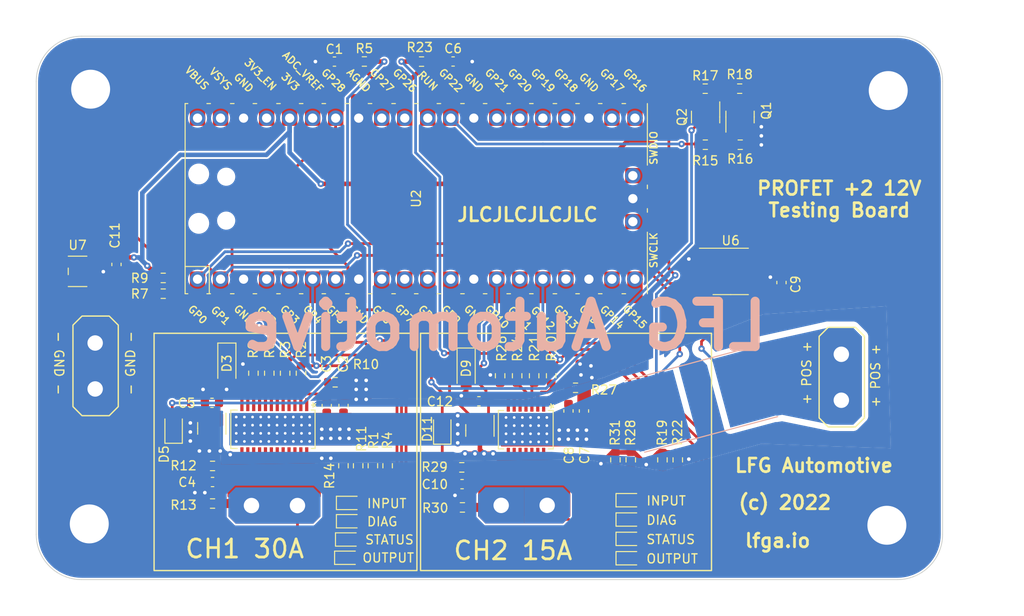
<source format=kicad_pcb>
(kicad_pcb (version 20211014) (generator pcbnew)
  (layers (0 "F.Cu" signal) (31 "B.Cu" signal) (34 "B.Paste" user) (35 "F.Paste" user) (36 "B.SilkS" user "B.Silkscreen") (37 "F.SilkS" user "F.Silkscreen") (38 "B.Mask" user) (39 "F.Mask" user) (44 "Edge.Cuts" user))
  (net 0 "")
  (net 1 "/IS_CH1")
  (net 2 "GND")
  (net 3 "VBATT")
  (net 4 "/GND_CH1")
  (net 5 "/OUT_CH1")
  (net 6 "/TEMP_SIG_CH1")
  (net 7 "/IS_CH2")
  (net 8 "/GND_CH2")
  (net 9 "+3V3")
  (net 10 "/OUT_CH2")
  (net 11 "/TEMP_SIG_CH2")
  (net 12 "Net-(D1-Pad1)")
  (net 13 "/DEN_CH1")
  (net 14 "Net-(D2-Pad1)")
  (net 15 "/IN_CH1")
  (net 16 "/IS_T_CH1")
  (net 17 "/LED_ST_GND_CH1")
  (net 18 "/LED_ST_CH1")
  (net 19 "/OL_DET_CH1")
  (net 20 "/OL_DET")
  (net 21 "/PWR_LED_K_CH1")
  (net 22 "Net-(D7-Pad1)")
  (net 23 "/DEN_CH2")
  (net 24 "Net-(D8-Pad1)")
  (net 25 "/IN_CH2")
  (net 26 "/IS_T_CH2")
  (net 27 "/LED_ST_GND_CH2")
  (net 28 "/LED_ST_CH2")
  (net 29 "/OL_DET_CH9")
  (net 30 "/PWR_LED_K_CH2")
  (net 31 "Net-(Q1-Pad1)")
  (net 32 "Net-(Q1-Pad3)")
  (net 33 "Net-(Q2-Pad1)")
  (net 34 "/IN_R_CH1")
  (net 35 "/DEN_R_CH1")
  (net 36 "/IS_R_CH1")
  (net 37 "I2C_SDA")
  (net 38 "I2C_SCL")
  (net 39 "/OL_DET_SIG")
  (net 40 "/IN_R_CH2")
  (net 41 "/DEN_R_CH2")
  (net 42 "/IS_R_CH2")
  (net 43 "/VBATTIN")
  (net 61 "/TEMP_IN")
  (footprint "Resistor_SMD:R_0603_1608Metric" (layer "F.Cu") (at 138.81 79.49 -90)
    (fp_text reference "R20")
    (fp_text value "4.7k")
  )
  (footprint "MountingHole:MountingHole_4.3mm_M4_Pad_TopBottom" (layer "F.Cu") (at 176 48)
    (fp_text reference "H1" hide)
    (fp_text value "MountingHole_Pad" hide)
  )
  (footprint "Resistor_SMD:R_0603_1608Metric" (layer "F.Cu") (at 120.768333 89.428333 90)
    (fp_text reference "R4")
    (fp_text value "1.2k")
  )
  (footprint "LED_SMD:LED_0603_1608Metric" (layer "F.Cu") (at 147.45 93.23)
    (fp_text reference "D8" hide)
    (fp_text value "Blue")
  )
  (footprint "Resistor_SMD:R_0603_1608Metric" (layer "F.Cu") (at 109.46 79.21 -90)
    (fp_text reference "R3")
    (fp_text value "4.7k")
  )
  (footprint "Resistor_SMD:R_0603_1608Metric" (layer "F.Cu") (at 155.81 47.79)
    (fp_text reference "R17")
    (fp_text value "1.2k")
  )
  (footprint "LED_SMD:LED_0603_1608Metric" (layer "F.Cu") (at 147.45 99.64)
    (fp_text reference "D12" hide)
    (fp_text value "Red")
  )
  (footprint "LED_SMD:LED_0603_1608Metric" (layer "F.Cu") (at 147.45 95.366666)
    (fp_text reference "D7" hide)
    (fp_text value "Blue")
  )
  (footprint "Resistor_SMD:R_0603_1608Metric" (layer "F.Cu") (at 96.01 68.69 180)
    (fp_text reference "R9")
    (fp_text value "1.2k")
  )
  (footprint "Capacitor_SMD:C_0603_1608Metric" (layer "F.Cu") (at 142.43 83.38 90)
    (fp_text reference "C7")
    (fp_text value "100nF")
  )
  (footprint "Resistor_SMD:R_0603_1608Metric" (layer "F.Cu") (at 107.71 79.21 -90)
    (fp_text reference "R6")
    (fp_text value "4.7k")
  )
  (footprint "Resistor_SMD:R_0603_1608Metric" (layer "F.Cu") (at 115.891667 89.428333 90)
    (fp_text reference "R14")
    (fp_text value "4.7k")
  )
  (footprint "Capacitor_SMD:C_0603_1608Metric" (layer "F.Cu") (at 130.84 82.31 180)
    (fp_text reference "C12")
    (fp_text value "1uF")
  )
  (footprint "Resistor_SMD:R_0603_1608Metric" (layer "F.Cu") (at 147.593333 88.78 90)
    (fp_text reference "R28")
    (fp_text value "1.2k")
  )
  (footprint "MountingHole:MountingHole_4.3mm_M4_Pad_TopBottom" (layer "F.Cu") (at 175.85 96)
    (fp_text reference "H3" hide)
    (fp_text value "MountingHole_Pad" hide)
  )
  (footprint "Resistor_SMD:R_0603_1608Metric" (layer "F.Cu") (at 151.086666 88.78 90)
    (fp_text reference "R19")
    (fp_text value "1.2k")
  )
  (footprint "Diode_SMD:D_SOD-123" (layer "F.Cu") (at 103.03 78.13 -90)
    (fp_text reference "D3")
    (fp_text value "7 V Z-Diode")
  )
  (footprint "Resistor_SMD:R_0603_1608Metric" (layer "F.Cu") (at 96.01 70.43 180)
    (fp_text reference "R7")
    (fp_text value "1.2k")
  )
  (footprint "LED_SMD:LED_0603_1608Metric" (layer "F.Cu") (at 147.45 97.503332)
    (fp_text reference "D10" hide)
    (fp_text value "Red")
  )
  (footprint "Resistor_SMD:R_0603_1608Metric" (layer "F.Cu") (at 129.02 94.03)
    (fp_text reference "R30")
    (fp_text value "47k")
  )
  (footprint "Resistor_SMD:R_0603_1608Metric" (layer "F.Cu") (at 128.95 89.61)
    (fp_text reference "R29")
    (fp_text value "1.2k")
  )
  (footprint "MountingHole:MountingHole_4.3mm_M4_Pad_TopBottom" (layer "F.Cu") (at 87.85 95.85)
    (fp_text reference "H4" hide)
    (fp_text value "MountingHole_Pad" hide)
  )
  (footprint "Library:PG-TSDSO-24_VIA" (layer "F.Cu") (at 108.2652 85.39735 -90)
    (fp_text reference "U1" hide)
    (fp_text value "BTS700121ESPXUMA1" hide)
  )
  (footprint "Resistor_SMD:R_0603_1608Metric" (layer "F.Cu") (at 117.517222 89.428333 90)
    (fp_text reference "R11")
    (fp_text value "1.2k")
  )
  (footprint "Package_TO_SOT_SMD:SOT-23" (layer "F.Cu") (at 155.85 50.92 -90)
    (fp_text reference "Q2")
    (fp_text value "BC807")
  )
  (footprint "LED_SMD:LED_0603_1608Metric" (layer "F.Cu") (at 116.6 93.534999)
    (fp_text reference "D2" hide)
    (fp_text value "Blue")
  )
  (footprint "Resistor_SMD:R_0603_1608Metric" (layer "F.Cu") (at 118.2 44.79)
    (fp_text reference "R5")
    (fp_text value "4.7k")
  )
  (footprint "Resistor_SMD:R_0603_1608Metric" (layer "F.Cu") (at 159.67 53.98)
    (fp_text reference "R16")
    (fp_text value "1.2k")
  )
  (footprint "Library:197054001" (layer "F.Cu") (at 174.225 79.245 90)
    (fp_text reference "U4" hide)
    (fp_text value "6mm_hole")
  )
  (footprint "Library:PG-TSDSO-14-22_VIA" (layer "F.Cu") (at 136.0321 85.44735 -90)
    (fp_text reference "U5" hide)
    (fp_text value "BTS70041EPPXUMA1" hide)
  )
  (footprint "Resistor_SMD:R_0603_1608Metric" (layer "F.Cu") (at 124.51 44.8 180)
    (fp_text reference "R23")
    (fp_text value "4.7k")
  )
  (footprint "Resistor_SMD:R_0603_1608Metric" (layer "F.Cu") (at 111.21 79.21 -90)
    (fp_text reference "R2")
    (fp_text value "4.7k")
  )
  (footprint "Resistor_SMD:R_0603_1608Metric" (layer "F.Cu") (at 155.82 53.98)
    (fp_text reference "R15")
    (fp_text value "1.2k")
  )
  (footprint "Resistor_SMD:R_0603_1608Metric" (layer "F.Cu") (at 133.18 79.49 90)
    (fp_text reference "R26")
    (fp_text value "1.2k")
  )
  (footprint "Capacitor_SMD:C_0603_1608Metric" (layer "F.Cu") (at 114.05 82.79 90)
    (fp_text reference "C3")
    (fp_text value "47nF")
  )
  (footprint "Package_TO_SOT_SMD:SOT-23" (layer "F.Cu") (at 101.37 85.3 -90)
    (fp_text reference "U3" hide)
    (fp_text value "TC1047VNBTR")
  )
  (footprint "Diode_SMD:D_SOD-123" (layer "F.Cu") (at 129.43 78.68 -90)
    (fp_text reference "D9")
    (fp_text value "7 V Z-Diode")
  )
  (footprint "MountingHole:MountingHole_4.3mm_M4_Pad_TopBottom" (layer "F.Cu") (at 88 47.85)
    (fp_text reference "H2" hide)
    (fp_text value "MountingHole_Pad" hide)
  )
  (footprint "Library:197054001" (layer "F.Cu") (at 91.9 78 90)
    (fp_text reference "H5" hide)
    (fp_text value "MountingHole_Pad")
  )
  (footprint "Capacitor_SMD:C_0603_1608Metric" (layer "F.Cu") (at 115.9 82.78 90)
    (fp_text reference "C2")
    (fp_text value "100nF")
  )
  (footprint "Resistor_SMD:R_0603_1608Metric" (layer "F.Cu") (at 101.45 93.6)
    (fp_text reference "R13")
    (fp_text value "47k")
  )
  (footprint "Capacitor_SMD:C_0603_1608Metric" (layer "F.Cu") (at 101.39 82.48 180)
    (fp_text reference "C5")
    (fp_text value "1uF")
  )
  (footprint "Resistor_SMD:R_0603_1608Metric" (layer "F.Cu") (at 135.056666 79.49 -90)
    (fp_text reference "R24")
    (fp_text value "4.7k")
  )
  (footprint "Capacitor_SMD:C_0603_1608Metric" (layer "F.Cu") (at 114.9 44.8 180)
    (fp_text reference "C1")
    (fp_text value "220pF")
  )
  (footprint "Resistor_SMD:R_0603_1608Metric" (layer "F.Cu") (at 141.5 80.82 180)
    (fp_text reference "R27")
    (fp_text value "47")
  )
  (footprint "Resistor_SMD:R_0603_1608Metric" (layer "F.Cu") (at 101.45 89.45)
    (fp_text reference "R12")
    (fp_text value "1.2k")
  )
  (footprint "ADCmini_Footprint:TC74A5-3.3VCTTR" (layer "F.Cu") (at 86.5586 67.9646 180)
    (fp_text reference "U7")
    (fp_text value "TC74A5-3.3VCTTR" hide)
  )
  (footprint "Capacitor_SMD:C_0603_1608Metric" (layer "F.Cu") (at 127.99 44.79)
    (fp_text reference "C6")
    (fp_text value "220pF")
  )
  (footprint "Resistor_SMD:R_0603_1608Metric" (layer "F.Cu") (at 114.98 80.21 180)
    (fp_text reference "R10")
    (fp_text value "47")
  )
  (footprint "Capacitor_SMD:C_0603_1608Metric" (layer "F.Cu") (at 164.22 69.2 90)
    (fp_text reference "C9")
    (fp_text value "10uF")
  )
  (footprint "Library:197054001" (layer "F.Cu") (at 136.245 97.205)
    (fp_text reference "J2" hide)
    (fp_text value "197054001")
  )
  (footprint "Package_SO:SOIC-8_3.9x4.9mm_P1.27mm" (layer "F.Cu") (at 158.62 67.97)
    (fp_text reference "U6")
    (fp_text value "INA219AxD")
  )
  (footprint "LED_SMD:LED_0603_1608Metric" (layer "F.Cu") (at 116.4 99.59)
    (fp_text reference "D6" hide)
    (fp_text value "Red")
  )
  (footprint "Package_TO_SOT_SMD:SOT-23" (layer "F.Cu") (at 130.95 85.53 -90)
    (fp_text reference "U8" hide)
    (fp_text value "TC1047VNBTR")
  )
  (footprint "Diode_SMD:D_0805_2012Metric" (layer "F.Cu") (at 97.155 85.26 90)
    (fp_text reference "D5")
    (fp_text value "D_Small")
  )
  (footprint "Resistor_SMD:R_0603_1608Metric" (layer "F.Cu") (at 159.61 47.79 180)
    (fp_text reference "R18")
    (fp_text value "1.2k")
  )
  (footprint "Resistor_SMD:R_0603_1608Metric" (layer "F.Cu") (at 105.96 79.21 90)
    (fp_text reference "R8")
    (fp_text value "1.2k")
  )
  (footprint "Package_TO_SOT_SMD:SOT-23" (layer "F.Cu") (at 159.65 50.92 90)
    (fp_text reference "Q1")
    (fp_text value "BC817")
  )
  (footprint "Library:197054001" (layer "F.Cu") (at 108.695 97.225)
    (fp_text reference "J1" hide)
    (fp_text value "197054001")
  )
  (footprint "Resistor_SMD:R_0603_1608Metric" (layer "F.Cu") (at 145.9 88.78 90)
    (fp_text reference "R31")
    (fp_text value "4.7k")
  )
  (footprint "Capacitor_SMD:C_0603_1608Metric" (layer "F.Cu") (at 140.72 83.38 90)
    (fp_text reference "C8")
    (fp_text value "47nF")
  )
  (footprint "LED_SMD:LED_0603_1608Metric" (layer "F.Cu") (at 116.5 97.571665)
    (fp_text reference "D4" hide)
    (fp_text value "Red")
  )
  (footprint "Capacitor_SMD:C_0603_1608Metric" (layer "F.Cu") (at 101.45 91.225 180)
    (fp_text reference "C4")
    (fp_text value "10nF")
  )
  (footprint "Capacitor_SMD:C_0603_1608Metric" (layer "F.Cu") (at 128.98 91.46 180)
    (fp_text reference "C10")
    (fp_text value "10nF")
  )
  (footprint "LED_SMD:LED_0603_1608Metric" (layer "F.Cu") (at 116.6 95.553332)
    (fp_text reference "D1" hide)
    (fp_text value "Blue")
  )
  (footprint "Resistor_SMD:R_0603_1608Metric" (layer "F.Cu") (at 119.142777 89.428333 90)
    (fp_text reference "R1")
    (fp_text value "1.2k")
  )
  (footprint "Resistor_SMD:R_0603_1608Metric" (layer "F.Cu") (at 136.933332 79.49 -90)
    (fp_text reference "R21")
    (fp_text value "4.7k")
  )
  (footprint "Capacitor_SMD:C_0603_1608Metric" (layer "F.Cu") (at 90.85 67.2 -90)
    (fp_text reference "C11")
    (fp_text value "10uF")
  )
  (footprint "Diode_SMD:D_0805_2012Metric" (layer "F.Cu") (at 126.795 85.36 90)
    (fp_text reference "D11")
    (fp_text value "D_Small")
  )
  (footprint "Resistor_SMD:R_0603_1608Metric" (layer "F.Cu") (at 152.78 88.78 90)
    (fp_text reference "R22")
    (fp_text value "1.2k")
  )
  (footprint "Library:RPi_Pico_SMD_TH" (layer "F.Cu") (at 123.925 59.935 90)
    (fp_text reference "U2")
    (fp_text value "Pico")
  )
  (footprint "Library:5930" (layer "B.Cu") (at 155.41 82.02 -165)
    (fp_text reference "R25" hide)
    (fp_text value locked "0.0003" hide)
  )
  (gr_rect locked (start 130.86 90.5) (end 140.82 94.9) (layer "F.Cu") (width 0.2) (fill solid))
  (gr_rect locked (start 133.9 88.1) (end 138.1 91.7) (layer "F.Cu") (width 0.2) (fill solid))
  (gr_rect locked (start 103.2 92.8) (end 113.3 90.2) (layer "F.Cu") (width 0.2) (fill solid))
  (gr_poly locked (pts (xy 140.82 90.5) (xy 137.396216 90.602703) (xy 138.096216 88.102703)) (layer "F.Cu") (width 0.2) (fill solid))
  (gr_poly locked (pts (xy 113.3 90.2) (xy 103.2 90.2) (xy 104.5 88.1) (xy 112 88.1)) (layer "F.Cu") (width 0.2) (fill solid))
  (gr_poly locked (pts (xy 134.5 90.5) (xy 130.86 90.5) (xy 133.9 88.1)) (layer "F.Cu") (width 0.2) (fill solid))
  (gr_poly locked (pts (xy 173 75.2) (xy 173 83.9) (xy 172.1 84.8) (xy 169.7 84.8) (xy 164.3 83.7) (xy 163.7 83.8) (xy 161.6 76) (xy 169.3 74.3) (xy 172.1 74.3)) (layer "B.Cu") (width 0.2) (fill solid))
  (gr_poly locked (pts (xy 149 87.7) (xy 138.9 87.1) (xy 103.4 87.1) (xy 103.4 83.7) (xy 138.9 83.7) (xy 146.8 80.3)) (layer "B.Cu") (width 0.2) (fill solid))
  (gr_rect (start 124.4 74.8) (end 156.5 101) (layer "F.SilkS") (width 0.15) (fill none))
  (gr_rect (start 95 74.8) (end 124 101) (layer "F.SilkS") (width 0.15) (fill none))
  (gr_line (start 82 97) (end 82 47) (layer "Edge.Cuts") (width 0.1))
  (gr_line (start 177 102) (end 87 102) (layer "Edge.Cuts") (width 0.1))
  (gr_arc (start 177 42) (mid 180.535534 43.464466) (end 182 47) (layer "Edge.Cuts") (width 0.1))
  (gr_line (start 87 42) (end 177 42) (layer "Edge.Cuts") (width 0.1))
  (gr_arc (start 82 47) (mid 83.464466 43.464466) (end 87 42) (layer "Edge.Cuts") (width 0.1))
  (gr_arc (start 87 102) (mid 83.464466 100.535534) (end 82 97) (layer "Edge.Cuts") (width 0.1))
  (gr_line (start 182 47) (end 182 97) (layer "Edge.Cuts") (width 0.1))
  (gr_arc (start 182 97) (mid 180.535534 100.535534) (end 177 102) (layer "Edge.Cuts") (width 0.1))
  (gr_text "LFG Automotive	" (at 123.1 74) (layer "B.SilkS") (effects (font (size 5 5) (thickness 1)) (justify mirror)))
  (gr_text "CH1 30A" (at 105 98.6) (layer "F.SilkS") (effects (font (size 2 2) (thickness 0.3))))
  (gr_text "DIAG" (at 120.170476 95.6) (layer "F.SilkS") (effects (font (size 1 1))))
  (gr_text "OUTPUT" (at 120.837143 99.6) (layer "F.SilkS") (effects (font (size 1 1))))
  (gr_text "OUTPUT" (at 152.166667 99.7) (layer "F.SilkS") (effects (font (size 1 1))))
  (gr_text "STATUS" (at 152 97.566666) (layer "F.SilkS") (effects (font (size 1 1))))
  (gr_text "LFG Automotive" (at 167.8 89.4) (layer "F.SilkS") (effects (font (size 1.5 1.5) (thickness 0.3))))
  (gr_text "CH2 15A" (at 134.6 98.8) (layer "F.SilkS") (effects (font (size 2 2) (thickness 0.3))))
  (gr_text "+ POS + " (at 167 78.8 90) (layer "F.SilkS") (effects (font (size 1 1))))
  (gr_text "STATUS" (at 120.970476 97.6) (layer "F.SilkS") (effects (font (size 1 1))))
  (gr_text "PROFET +2 12V\nTesting Board" (at 170.6 60) (layer "F.SilkS") (effects (font (size 1.5 1.5) (thickness 0.3))))
  (gr_text "INPUT" (at 151.5 93.3) (layer "F.SilkS") (effects (font (size 1 1))))
  (gr_text "INPUT" (at 120.670476 93.6) (layer "F.SilkS") (effects (font (size 1 1))))
  (gr_text "JLCJLCJLCJLC" (at 136.2 61.7) (layer "F.SilkS") (effects (font (size 1.5 1.5) (thickness 0.3))))
  (gr_text "DIAG" (at 151 95.433333) (layer "F.SilkS") (effects (font (size 1 1))))
  (gr_text "(c) 2022" (at 164.6 93.5) (layer "F.SilkS") (effects (font (size 1.5 1.5) (thickness 0.3))))
  (gr_text "lfga.io" (at 163.8 97.7) (layer "F.SilkS") (effects (font (size 1.5 1.5) (thickness 0.3))))
  (gr_text "- GND -" (at 92.4 78.1 90) (layer "F.SilkS") (effects (font (size 1 1))))
  (gr_text "+ POS + " (at 174.6 79.1 90) (layer "F.SilkS") (effects (font (size 1 1))))
  (gr_text "- GND -" (at 84.5 78.1 270) (layer "F.SilkS") (effects (font (size 1 1))))
  (segment (start 120.115 47.526667) (end 117.388333 44.8) (width 0.5) (layer "F.Cu") (net 1))
  (segment (start 115.675 44.8) (end 117.418334 44.8) (width 0.5) (layer "F.Cu") (net 1))
  (segment (start 120.115 51.045) (end 120.115 47.526667) (width 0.5) (layer "F.Cu") (net 1))
  (segment (start 90.85 67.975) (end 89.425 67.975) (width 0.5) (layer "F.Cu") (net 2))
  (segment (start 117.517222 88.603333) (end 119.142777 88.603333) (width 0.5) (layer "F.Cu") (net 2))
  (segment (start 103.03 80.97) (end 103 81) (width 0.5) (layer "F.Cu") (net 2))
  (segment (start 132.1 79.4) (end 132.835 78.665) (width 0.5) (layer "F.Cu") (net 2))
  (segment (start 164.04 68.605) (end 164.22 68.425) (width 0.5) (layer "F.Cu") (net 2))
  (segment (start 100.6 91.3) (end 100.6 92.4) (width 0.5) (layer "F.Cu") (net 2))
  (segment (start 100.625 93.6) (end 100.625 92.425) (width 0.5) (layer "F.Cu") (net 2))
  (segment (start 132.4 88.1) (end 129.3 88.1) (width 0.5) (layer "F.Cu") (net 2))
  (segment (start 161.095 68.605) (end 162.995 68.605) (width 0.5) (layer "F.Cu") (net 2))
  (segment (start 145.9 87.955) (end 147.593333 87.955) (width 0.5) (layer "F.Cu") (net 2))
  (segment (start 100.675 91.225) (end 100.6 91.3) (width 0.5) (layer "F.Cu") (net 2))
  (segment (start 100 87.8) (end 101.1 87.8) (width 0.5) (layer "F.Cu") (net 2))
  (segment (start 114.503333 88.603333) (end 114.5 88.6) (width 0.5) (layer "F.Cu") (net 2))
  (segment (start 156.145 66.065) (end 154.535 66.065) (width 0.5) (layer "F.Cu") (net 2))
  (segment (start 128.9 81.7) (end 129.43 81.17) (width 0.5) (layer "F.Cu") (net 2))
  (segment (start 154.535 66.065) (end 154 66.6) (width 0.5) (layer "F.Cu") (net 2))
  (segment (start 102.3 87.8) (end 101.1 87.8) (width 0.5) (layer "F.Cu") (net 2))
  (segment (start 128.195 94.03) (end 128.195 92.705) (width 0.5) (layer "F.Cu") (net 2))
  (segment (start 128.605 44.8) (end 130.1 44.8) (width 0.5) (layer "F.Cu") (net 2))
  (segment (start 115.891667 88.603333) (end 114.503333 88.603333) (width 0.5) (layer "F.Cu") (net 2))
  (segment (start 128.9 81.7) (end 129.51 82.31) (width 0.5) (layer "F.Cu") (net 2))
  (segment (start 99 86.8) (end 100 87.8) (width 0.5) (layer "F.Cu") (net 2))
  (segment (start 119.142777 88.603333) (end 120.768333 88.603333) (width 0.5) (layer "F.Cu") (net 2))
  (segment (start 100.675 91.225) (end 99.5 92.4) (width 0.5) (layer "F.Cu") (net 2))
  (segment (start 154 88.7) (end 153.255 87.955) (width 0.5) (layer "F.Cu") (net 2))
  (segment (start 130.95 87.65) (end 131.4 88.1) (width 0.5) (layer "F.Cu") (net 2))
  (segment (start 101.37 86.2375) (end 101.37 87.53) (width 0.5) (layer "F.Cu") (net 2))
  (segment (start 150.645 87.955) (end 151.086666 87.955) (width 0.5) (layer "F.Cu") (net 2))
  (segment (start 153.255 87.955) (end 152.78 87.955) (width 0.5) (layer "F.Cu") (net 2))
  (segment (start 129.51 82.31) (end 130.065 82.31) (width 0.5) (layer "F.Cu") (net 2))
  (segment (start 99 84.7) (end 99 86.7) (width 0.5) (layer "F.Cu") (net 2))
  (segment (start 105.96 78.385) (end 104.985 78.385) (width 0.5) (layer "F.Cu") (net 2))
  (segment (start 100.4 82.265) (end 100.615 82.48) (width 0.5) (layer "F.Cu") (net 2))
  (segment (start 156.145 67.335) (end 154.735 67.335) (width 0.5) (layer "F.Cu") (net 2))
  (segment (start 117.517222 88.603333) (end 115.891667 88.603333) (width 0.5) (layer "F.Cu") (net 2))
  (segment (start 162.995 68.605) (end 164.04 68.605) (width 0.5) (layer "F.Cu") (net 2))
  (segment (start 103.4 88.2) (end 102.7 88.2) (width 0.5) (layer "F.Cu") (net 2))
  (segment (start 130.95 86.4675) (end 130.95 87.65) (width 0.5) (layer "F.Cu") (net 2))
  (segment (start 87.854 67.9646) (end 89.3646 67.9646) (width 0.5) (layer "F.Cu") (net 2))
  (segment (start 104.985 78.385) (end 104.8 78.2) (width 0.5) (layer "F.Cu") (net 2))
  (segment (start 102.7 88.2) (end 102.3 87.8) (width 0.5) (layer "F.Cu") (net 2))
  (segment (start 89.3646 67.9646) (end 89.4 68) (width 0.5) (layer "F.Cu") (net 2))
  (segment (start 129.43 81.17) (end 129.43 80.33) (width 0.5) (layer "F.Cu") (net 2))
  (segment (start 128.205 92.695) (end 128.2 92.7) (width 0.5) (layer "F.Cu") (net 2))
  (segment (start 101.37 87.53) (end 101.1 87.8) (width 0.5) (layer "F.Cu") (net 2))
  (segment (start 89.425 67.975) (end 89.4 68) (width 0.5) (layer "F.Cu") (net 2))
  (segment (start 144.3 89.2) (end 145.545 87.955) (width 0.5) (layer "F.Cu") (net 2))
  (segment (start 128.205 91.46) (end 128.205 92.695) (width 0.5) (layer "F.Cu") (net 2))
  (segment (start 99 86.7) (end 99 86.8) (width 0.5) (layer "F.Cu") (net 2))
  (segment (start 147.593333 87.955) (end 147.955 87.955) (width 0.5) (layer "F.Cu") (net 2))
  (segment (start 149.3 89.3) (end 150.645 87.955) (width 0.5) (layer "F.Cu") (net 2))
  (segment (start 112.8 44.8) (end 114.125 44.8) (width 0.5) (layer "F.Cu") (net 2))
  (segment (start 128.195 92.705) (end 128.2 92.7) (width 0.5) (layer "F.Cu") (net 2))
  (segment (start 145.545 87.955) (end 145.9 87.955) (width 0.5) (layer "F.Cu") (net 2))
  (segment (start 113.5 88.6) (end 114.5 88.6) (width 0.5) (layer "F.Cu") (net 2))
  (segment (start 132.835 78.665) (end 133.18 78.665) (width 0.5) (layer "F.Cu") (net 2))
  (segment (start 151.086666 87.955) (end 152.78 87.955) (width 0.5) (layer "F.Cu") (net 2))
  (segment (start 154.735 67.335) (end 154 66.6) (width 0.5) (layer "F.Cu") (net 2))
  (segment (start 100.625 93.6) (end 100.625 93.525) (width 0.5) (layer "F.Cu") (net 2))
  (segment (start 100.625 92.425) (end 100.6 92.4) (width 0.5) (layer "F.Cu") (net 2))
  (segment (start 100.625 93.525) (end 99.5 92.4) (width 0.5) (layer "F.Cu") (net 2))
  (segment (start 100.4 81) (end 100.4 82.265) (width 0.5) (layer "F.Cu") (net 2))
  (segment (start 103.03 79.78) (end 103.03 80.97) (width 0.5) (layer "F.Cu") (net 2))
  (segment (start 147.955 87.955) (end 149.3 89.3) (width 0.5) (layer "F.Cu") (net 2))
  (via (at 132.1 79.4) (size 0.8) (drill 0.4) (layers "F.Cu" "B.Cu") (net 2))
  (via (at 117.3 81) (size 0.8) (drill 0.4) (layers "F.Cu" "B.Cu") (net 2))
  (via (at 100.4 81) (size 0.8) (drill 0.4) (layers "F.Cu" "B.Cu") (net 2))
  (via (at 162.995 68.605) (size 0.8) (drill 0.4) (layers "F.Cu" "B.Cu") (net 2))
  (via (at 117.3 82.1) (size 0.8) (drill 0.4) (layers "F.Cu" "B.Cu") (net 2))
  (via (at 162 54) (size 0.8) (drill 0.4) (layers "F.Cu" "B.Cu") (net 2))
  (via (at 118.4 81) (size 0.8) (drill 0.4) (layers "F.Cu" "B.Cu") (net 2))
  (via (at 99.5 92.4) (size 0.8) (drill 0.4) (layers "F.Cu" "B.Cu") (net 2))
  (via (at 130.4 88.1) (size 0.8) (drill 0.4) (layers "F.Cu" "B.Cu") (net 2))
  (via (at 99 84.7) (size 0.8) (drill 0.4) (layers "F.Cu" "B.Cu") (net 2))
  (via (at 154 88.7) (size 0.8) (drill 0.4) (layers "F.Cu" "B.Cu") (net 2))
  (via (at 102.3 87.8) (size 0.8) (drill 0.4) (layers "F.Cu" "B.Cu") (net 2))
  (via (at 99 86.7) (size 0.8) (drill 0.4) (layers "F.Cu" "B.Cu") (net 2))
  (via (at 112.8 44.8) (size 0.8) (drill 0.4) (layers "F.Cu" "B.Cu") (net 2))
  (via (at 89.4 68) (size 0.8) (drill 0.4) (layers "F.Cu" "B.Cu") (net 2))
  (via (at 118.4 80) (size 0.8) (drill 0.4) (layers "F.Cu" "B.Cu") (net 2))
  (via (at 100.6 92.4) (size 0.8) (drill 0.4) (layers "F.Cu" "B.Cu") (net 2))
  (via (at 117.3 80) (size 0.8) (drill 0.4) (layers "F.Cu" "B.Cu") (net 2))
  (via (at 104.8 78.2) (size 0.8) (drill 0.4) (layers "F.Cu" "B.Cu") (net 2))
  (via (at 118.4 82.1) (size 0.8) (drill 0.4) (layers "F.Cu" "B.Cu") (net 2))
  (via (at 100 87.8) (size 0.8) (drill 0.4) (layers "F.Cu" "B.Cu") (net 2))
  (via (at 132.4 88.1) (size 0.8) (drill 0.4) (layers "F.Cu" "B.Cu") (net 2))
  (via (at 162 53) (size 0.8) (drill 0.4) (layers "F.Cu" "B.Cu") (net 2))
  (via (at 128.9 81.7) (size 0.8) (drill 0.4) (layers "F.Cu" "B.Cu") (net 2))
  (via (at 142 78.2) (size 0.8) (drill 0.4) (layers "F.Cu" "B.Cu") (net 2))
  (via (at 142.1 79.4) (size 0.8) (drill 0.4) (layers "F.Cu" "B.Cu") (net 2))
  (via (at 103.4 88.2) (size 0.8) (drill 0.4) (layers "F.Cu" "B.Cu") (net 2))
  (via (at 114.5 88.6) (size 0.8) (drill 0.4) (layers "F.Cu" "B.Cu") (net 2))
  (via (at 129.3 88.1) (size 0.8) (drill 0.4) (layers "F.Cu" "B.Cu") (net 2))
  (via (at 130.1 44.8) (size 0.8) (drill 0.4) (layers "F.Cu" "B.Cu") (net 2))
  (via (at 162 52) (size 0.8) (drill 0.4) (layers "F.Cu" "B.Cu") (net 2))
  (via (at 131.4 88.1) (size 0.8) (drill 0.4) (layers "F.Cu" "B.Cu") (net 2))
  (via (at 143.3 79.7) (size 0.8) (drill 0.4) (layers "F.Cu" "B.Cu") (net 2))
  (via (at 101.1 87.8) (size 0.8) (drill 0.4) (layers "F.Cu" "B.Cu") (net 2))
  (via (at 128.2 92.7) (size 0.8) (drill 0.4) (layers "F.Cu" "B.Cu") (net 2))
  (via (at 143.2 78.4) (size 0.8) (drill 0.4) (layers "F.Cu" "B.Cu") (net 2))
  (via (at 99 85.7) (size 0.8) (drill 0.4) (layers "F.Cu" "B.Cu") (net 2))
  (via (at 149.3 89.3) (size 0.8) (drill 0.4) (layers "F.Cu" "B.Cu") (net 2))
  (via (at 103 81) (size 0.8) (drill 0.4) (layers "F.Cu" "B.Cu") (net 2))
  (via (at 154 66.6) (size 0.8) (drill 0.4) (layers "F.Cu" "B.Cu") (net 2))
  (via (at 144.3 89.2) (size 0.8) (drill 0.4) (layers "F.Cu" "B.Cu") (net 2))
  (via (at 113.5 88.6) (size 0.8) (drill 0.4) (layers "F.Cu" "B.Cu") (net 2))
  (segment (start 151.8 53.0825) (end 154.9 49.9825) (width 0.3) (layer "F.Cu") (net 3))
  (segment (start 158.1 65.7) (end 159.3 64.5) (width 0.3) (layer "F.Cu") (net 3))
  (segment (start 154.985 47.79) (end 154.985 49.8975) (width 0.5) (layer "F.Cu") (net 3))
  (segment (start 154.985 49.8975) (end 154.9 49.9825) (width 0.5) (layer "F.Cu") (net 3))
  (segment (start 163.3 65.6) (end 163.3 66.8) (width 0.3) (layer "F.Cu") (net 3))
  (segment (start 151.8 67.7) (end 151.8 53.0825) (width 0.3) (layer "F.Cu") (net 3))
  (segment (start 162.765 67.335) (end 161.095 67.335) (width 0.3) (layer "F.Cu") (net 3))
  (segment (start 159.3 64.5) (end 162.2 64.5) (width 0.3) (layer "F.Cu") (net 3))
  (segment (start 153 77.1) (end 153 76.2) (width 0.3) (layer "F.Cu") (net 3))
  (segment (start 162.2 64.5) (end 163.3 65.6) (width 0.3) (layer "F.Cu") (net 3))
  (segment (start 153 76.2) (end 158.1 71.1) (width 0.3) (layer "F.Cu") (net 3))
  (segment (start 158.1 71.1) (end 158.1 65.7) (width 0.3) (layer "F.Cu") (net 3))
  (segment (start 163.3 66.8) (end 162.765 67.335) (width 0.3) (layer "F.Cu") (net 3))
  (segment (start 152.5 68.4) (end 151.8 67.7) (width 0.3) (layer "F.Cu") (net 3))
  (via (at 114.5 85.4) (size 0.8) (drill 0.4) (layers "F.Cu" "B.Cu") (net 3))
  (via (at 113.5 86.4) (size 0.8) (drill 0.4) (layers "F.Cu" "B.Cu") (net 3))
  (via (at 113.5 85.4) (size 0.8) (drill 0.4) (layers "F.Cu" "B.Cu") (net 3))
  (via (at 128.5 84.9) (size 0.8) (drill 0.4) (layers "F.Cu" "B.Cu") (net 3))
  (via (at 141.693846 86.493728) (size 0.8) (drill 0.4) (layers "F.Cu" "B.Cu") (net 3))
  (via (at 128.5 86.9) (size 0.8) (drill 0.4) (layers "F.Cu" "B.Cu") (net 3))
  (via (at 128.5 83.9) (size 0.8) (drill 0.4) (layers "F.Cu" "B.Cu") (net 3))
  (via (at 142.7 85.5) (size 0.8) (drill 0.4) (layers "F.Cu" "B.Cu") (net 3))
  (via (at 115.493846 86.393728) (size 0.8) (drill 0.4) (layers "F.Cu" "B.Cu") (net 3))
  (via (at 153 77.1) (size 0.7) (drill 0.3) (layers "F.Cu" "B.Cu") (net 3))
  (via (at 141.7 85.5) (size 0.8) (drill 0.4) (layers "F.Cu" "B.Cu") (net 3))
  (via (at 139.7 86.5) (size 0.8) (drill 0.4) (layers "F.Cu" "B.Cu") (net 3))
  (via (at 115.5 85.4) (size 0.8) (drill 0.4) (layers "F.Cu" "B.Cu") (net 3))
  (via (at 128.5 85.9) (size 0.8) (drill 0.4) (layers "F.Cu" "B.Cu") (net 3))
  (via (at 116.5 86.4) (size 0.8) (drill 0.4) (layers "F.Cu" "B.Cu") (net 3))
  (via (at 152.5 68.4) (size 0.7) (drill 0.3) (layers "F.Cu" "B.Cu") (net 3))
  (via (at 139.7 85.5) (size 0.8) (drill 0.4) (layers "F.Cu" "B.Cu") (net 3))
  (via (at 142.7 86.5) (size 0.8) (drill 0.4) (layers "F.Cu" "B.Cu") (net 3))
  (via (at 116.5 85.4) (size 0.8) (drill 0.4) (layers "F.Cu" "B.Cu") (net 3))
  (via (at 114.5 86.4) (size 0.8) (drill 0.4) (layers "F.Cu" "B.Cu") (net 3))
  (via (at 140.7 85.5) (size 0.8) (drill 0.4) (layers "F.Cu" "B.Cu") (net 3))
  (via (at 140.7 86.5) (size 0.8) (drill 0.4) (layers "F.Cu" "B.Cu") (net 3))
  (segment (start 150.416163 79.683837) (end 150.416163 83.358094) (width 0.3) (layer "B.Cu") (net 3))
  (segment (start 150.416163 70.483837) (end 150.416163 83.358094) (width 0.3) (layer "B.Cu") (net 3))
  (segment (start 153 77.1) (end 150.416163 79.683837) (width 0.3) (layer "B.Cu") (net 3))
  (segment (start 152.5 68.4) (end 150.416163 70.483837) (width 0.3) (layer "B.Cu") (net 3))
  (segment (start 110.2 81.5) (end 113.535 81.5) (width 0.3) (layer "F.Cu") (net 4))
  (segment (start 114.05 80.315) (end 114.155 80.21) (width 0.3) (layer "F.Cu") (net 4))
  (segment (start 114.05 82.015) (end 114.05 80.315) (width 0.3) (layer "F.Cu") (net 4))
  (segment (start 109.890201 82.676002) (end 109.890201 81.809799) (width 0.3) (layer "F.Cu") (net 4))
  (segment (start 113.535 81.5) (end 114.05 82.015) (width 0.3) (layer "F.Cu") (net 4))
  (segment (start 109.890201 81.809799) (end 110.2 81.5) (width 0.3) (layer "F.Cu") (net 4))
  (segment (start 102.225 91.225) (end 103.145 91.225) (width 0.75) (layer "F.Cu") (net 5))
  (segment (start 117.1875 100.2125) (end 116.7 100.7) (width 0.3) (layer "F.Cu") (net 5))
  (segment (start 110.82 97.12) (end 110.82 93.825) (width 0.3) (layer "F.Cu") (net 5))
  (segment (start 114.4 100.7) (end 110.82 97.12) (width 0.3) (layer "F.Cu") (net 5))
  (segment (start 103.57 90.17) (end 104 90.6) (width 0.75) (layer "F.Cu") (net 5))
  (segment (start 105.52 93.6) (end 105.745 93.825) (width 1) (layer "F.Cu") (net 5))
  (segment (start 117.1875 99.59) (end 117.1875 100.2125) (width 0.3) (layer "F.Cu") (net 5))
  (segment (start 104.55 89.45) (end 104.7 89.3) (width 0.3) (layer "F.Cu") (net 5))
  (segment (start 116.7 100.7) (end 114.4 100.7) (width 0.3) (layer "F.Cu") (net 5))
  (segment (start 104.690201 88.118698) (end 111.840199 88.118698) (width 0.3) (layer "F.Cu") (net 5))
  (segment (start 102.275 89.45) (end 104.55 89.45) (width 0.3) (layer "F.Cu") (net 5))
  (segment (start 104.92 93) (end 105.745 93.825) (width 0.75) (layer "F.Cu") (net 5))
  (segment (start 104.7 89.3) (end 104.690201 89.290201) (width 0.3) (layer "F.Cu") (net 5))
  (segment (start 102.275 89.45) (end 104.15 89.45) (width 0.75) (layer "F.Cu") (net 5))
  (segment (start 102.275 93.6) (end 105.52 93.6) (width 1) (layer "F.Cu") (net 5))
  (segment (start 104.690201 89.290201) (end 104.690201 88.118698) (width 0.3) (layer "F.Cu") (net 5))
  (segment (start 104.15 89.45) (end 104.4 89.7) (width 0.75) (layer "F.Cu") (net 5))
  (segment (start 104.690201 88.118698) (end 105.3402 88.118698) (width 0.3) (layer "F.Cu") (net 5))
  (segment (start 104 74.7) (end 107.415 71.285) (width 0.3) (layer "F.Cu") (net 6))
  (segment (start 102.165 82.48) (end 102.165 81.765) (width 0.3) (layer "F.Cu") (net 6))
  (segment (start 102.165 84.2075) (end 102.32 84.3625) (width 0.3) (layer "F.Cu") (net 6))
  (segment (start 101.2 76.1) (end 102.6 74.7) (width 0.3) (layer "F.Cu") (net 6))
  (segment (start 101.2 80.8) (end 101.2 76.1) (width 0.3) (layer "F.Cu") (net 6))
  (segment (start 107.415 71.285) (end 107.415 68.825) (width 0.3) (layer "F.Cu") (net 6))
  (segment (start 102.165 81.765) (end 101.2 80.8) (width 0.3) (layer "F.Cu") (net 6))
  (segment (start 102.165 82.48) (end 102.165 84.2075) (width 0.3) (layer "F.Cu") (net 6))
  (segment (start 102.6 74.7) (end 104 74.7) (width 0.3) (layer "F.Cu") (net 6))
  (segment (start 127.055 44.8) (end 125.311667 44.8) (width 0.5) (layer "F.Cu") (net 7))
  (segment (start 122.655 47.426666) (end 122.655 51.045) (width 0.5) (layer "F.Cu") (net 7))
  (segment (start 125.281666 44.8) (end 122.655 47.426666) (width 0.5) (layer "F.Cu") (net 7))
  (segment (start 164.22 69.975) (end 165.825 69.975) (width 0.5) (layer "F.Cu") (net 9))
  (segment (start 166.5 67.8) (end 161.3 62.6) (width 0.5) (layer "F.Cu") (net 9))
  (segment (start 90.85 66.425) (end 90.260401 67.014599) (width 0.5) (layer "F.Cu") (net 9))
  (segment (start 162 44.2) (end 155.2 44.2) (width 0.5) (layer "F.Cu") (net 9))
  (segment (start 159.4 61) (end 159.4 58.8) (width 0.5) (layer "F.Cu") (net 9))
  (segment (start 166.5 69.3) (end 166.5 67.8) (width 0.5) (layer "F.Cu") (net 9))
  (segment (start 95.185 70.43) (end 95.185 68.69) (width 0.5) (layer "F.Cu") (net 9))
  (segment (start 152.8 46.6) (end 152.8 50.7) (width 0.5) (layer "F.Cu") (net 9))
  (segment (start 164.12 69.875) (end 164.22 69.975) (width 0.5) (layer "F.Cu") (net 9))
  (segment (start 90.260401 67.014599) (end 87.854 67.014599) (width 0.5) (layer "F.Cu") (net 9))
  (segment (start 95.185 68.69) (end 95.185 68.285) (width 0.5) (layer "F.Cu") (net 9))
  (segment (start 165.825 69.975) (end 166.5 69.3) (width 0.5) (layer "F.Cu") (net 9))
  (segment (start 161.3 62.6) (end 161 62.6) (width 0.5) (layer "F.Cu") (net 9))
  (segment (start 152.8 50.7) (end 150 53.5) (width 0.5) (layer "F.Cu") (net 9))
  (segment (start 155.2 44.2) (end 152.8 46.6) (width 0.5) (layer "F.Cu") (net 9))
  (segment (start 159.4 58.8) (end 164.9 53.3) (width 0.5) (layer "F.Cu") (net 9))
  (segment (start 161 62.6) (end 159.4 61) (width 0.5) (layer "F.Cu") (net 9))
  (segment (start 95.185 68.285) (end 94.25 67.35) (width 0.5) (layer "F.Cu") (net 9))
  (segment (start 161.095 69.875) (end 164.12 69.875) (width 0.5) (layer "F.Cu") (net 9))
  (segment (start 150 53.5) (end 147.3 53.5) (width 0.5) (layer "F.Cu") (net 9))
  (segment (start 92.775 66.425) (end 90.85 66.425) (width 0.5) (layer "F.Cu") (net 9))
  (segment (start 164.9 47.1) (end 162 44.2) (width 0.5) (layer "F.Cu") (net 9))
  (segment (start 147.3 53.5) (end 142.5 58.3) (width 0.5) (layer "F.Cu") (net 9))
  (segment (start 142.5 58.3) (end 113.4 58.3) (width 0.5) (layer "F.Cu") (net 9))
  (segment (start 164.9 53.3) (end 164.9 47.1) (width 0.5) (layer "F.Cu") (net 9))
  (via (at 92.775 66.425) (size 0.7) (drill 0.3) (layers "F.Cu" "B.Cu") (net 9))
  (via (at 94.25 67.35) (size 0.7) (drill 0.3) (layers "F.Cu" "B.Cu") (net 9))
  (via (at 113.4 58.3) (size 0.7) (drill 0.3) (layers "F.Cu" "B.Cu") (net 9))
  (segment (start 93.7 66.8) (end 93.7 59.3) (width 0.5) (layer "B.Cu") (net 9))
  (segment (start 97.9 55.1) (end 107.4 55.1) (width 0.5) (layer "B.Cu") (net 9))
  (segment (start 94.25 67.35) (end 93.7 66.8) (width 0.5) (layer "B.Cu") (net 9))
  (segment (start 107.4 55.1) (end 109.955 52.545) (width 0.5) (layer "B.Cu") (net 9))
  (segment (start 109.955 51.045) (end 109.955 54.855) (width 0.5) (layer "B.Cu") (net 9))
  (segment (start 109.955 54.855) (end 113.4 58.3) (width 0.5) (layer "B.Cu") (net 9))
  (segment (start 93.7 59.3) (end 97.9 55.1) (width 0.5) (layer "B.Cu") (net 9))
  (segment (start 92.775 66.425) (end 93.325 66.425) (width 0.5) (layer "B.Cu") (net 9))
  (segment (start 109.955 52.545) (end 109.955 51.045) (width 0.5) (layer "B.Cu") (net 9))
  (segment (start 93.325 66.425) (end 94.25 67.35) (width 0.5) (layer "B.Cu") (net 9))
  (segment (start 133.07 94.03) (end 133.295 93.805) (width 1) (layer "F.Cu") (net 10))
  (segment (start 148.2375 99.64) (end 148.2375 100.1625) (width 0.3) (layer "F.Cu") (net 10))
  (segment (start 129.865 89.7) (end 132.8 89.7) (width 1) (layer "F.Cu") (net 10))
  (segment (start 140.75 95.35) (end 138.37 95.35) (width 0.3) (layer "F.Cu") (net 10))
  (segment (start 147.8 100.6) (end 146 100.6) (width 0.3) (layer "F.Cu") (net 10))
  (segment (start 129.755 91.46) (end 131.14 91.46) (width 1) (layer "F.Cu") (net 10))
  (segment (start 129.845 94.03) (end 133.07 94.03) (width 1) (layer "F.Cu") (net 10))
  (segment (start 148.2375 100.1625) (end 147.8 100.6) (width 0.3) (layer "F.Cu") (net 10))
  (segment (start 131.14 91.46) (end 131.2 91.4) (width 1) (layer "F.Cu") (net 10))
  (segment (start 146 100.6) (end 140.75 95.35) (width 0.3) (layer "F.Cu") (net 10))
  (segment (start 131.1 80.6) (end 130.9 80.4) (width 0.3) (layer "F.Cu") (net 11))
  (segment (start 131.9 82.595) (end 131.615 82.31) (width 0.3) (layer "F.Cu") (net 11))
  (segment (start 131.9 84.5925) (end 131.9 82.595) (width 0.3) (layer "F.Cu") (net 11))
  (segment (start 130.9 80.4) (end 130.9 79) (width 0.3) (layer "F.Cu") (net 11))
  (segment (start 130.9 78.6) (end 131.4 78.1) (width 0.3) (layer "F.Cu") (net 11))
  (segment (start 131.615 81.115) (end 131.1 80.6) (width 0.3) (layer "F.Cu") (net 11))
  (segment (start 131.615 82.31) (end 131.615 81.115) (width 0.3) (layer "F.Cu") (net 11))
  (segment (start 130.9 79) (end 130.9 78.6) (width 0.3) (layer "F.Cu") (net 11))
  (via (at 131.4 78.1) (size 0.7) (drill 0.3) (layers "F.Cu" "B.Cu") (net 11))
  (segment (start 131.4 73.9) (end 132.815 72.485) (width 0.3) (layer "B.Cu") (net 11))
  (segment (start 131.4 78.1) (end 131.4 73.9) (width 0.3) (layer "B.Cu") (net 11))
  (segment (start 132.815 72.485) (end 132.815 68.825) (width 0.3) (layer "B.Cu") (net 11))
  (segment (start 119.142777 90.257223) (end 119.142777 90.253333) (width 0.3) (layer "F.Cu") (net 12))
  (segment (start 114.9 93) (end 114.9 95.1) (width 0.3) (layer "F.Cu") (net 12))
  (segment (start 114.9 95.1) (end 115.353332 95.553332) (width 0.3) (layer "F.Cu") (net 12))
  (segment (start 116 91.9) (end 114.9 93) (width 0.3) (layer "F.Cu") (net 12))
  (segment (start 117.5 91.9) (end 119.142777 90.257223) (width 0.3) (layer "F.Cu") (net 12))
  (segment (start 116 91.9) (end 117.5 91.9) (width 0.3) (layer "F.Cu") (net 12))
  (segment (start 115.353332 95.553332) (end 115.8125 95.553332) (width 0.3) (layer "F.Cu") (net 12))
  (segment (start 119.146668 95.553332) (end 122.3 92.4) (width 0.3) (layer "F.Cu") (net 13))
  (segment (start 109.46 78.385) (end 109.955 77.89) (width 0.3) (layer "F.Cu") (net 13))
  (segment (start 122.3 81.3) (end 118.2 77.2) (width 0.3) (layer "F.Cu") (net 13))
  (segment (start 117.3875 95.553332) (end 119.146668 95.553332) (width 0.3) (layer "F.Cu") (net 13))
  (segment (start 118.2 77.2) (end 110.645 77.2) (width 0.3) (layer "F.Cu") (net 13))
  (segment (start 122.3 92.4) (end 122.3 81.3) (width 0.3) (layer "F.Cu") (net 13))
  (segment (start 110.645 77.2) (end 109.46 78.385) (width 0.3) (layer "F.Cu") (net 13))
  (segment (start 109.955 77.89) (end 109.955 68.825) (width 0.3) (layer "F.Cu") (net 13))
  (segment (start 115.8125 93.534999) (end 116.947499 92.4) (width 0.3) (layer "F.Cu") (net 14))
  (segment (start 116.947499 92.4) (end 118.621666 92.4) (width 0.3) (layer "F.Cu") (net 14))
  (segment (start 118.621666 92.4) (end 120.768333 90.253333) (width 0.3) (layer "F.Cu") (net 14))
  (segment (start 121.8 81.6) (end 118.585 78.385) (width 0.3) (layer "F.Cu") (net 15))
  (segment (start 112.915 78.385) (end 111.21 78.385) (width 0.3) (layer "F.Cu") (net 15))
  (segment (start 119.565001 93.534999) (end 121.8 91.3) (width 0.3) (layer "F.Cu") (net 15))
  (segment (start 117.3875 93.534999) (end 119.565001 93.534999) (width 0.3) (layer "F.Cu") (net 15))
  (segment (start 121.8 91.3) (end 121.8 81.6) (width 0.3) (layer "F.Cu") (net 15))
  (segment (start 118.585 78.385) (end 112.915 78.385) (width 0.3) (layer "F.Cu") (net 15))
  (via (at 112.915 78.385) (size 0.7) (drill 0.3) (layers "F.Cu" "B.Cu") (net 15))
  (segment (start 112.495 77.965) (end 112.495 68.825) (width 0.3) (layer "B.Cu") (net 15))
  (segment (start 112.915 78.385) (end 112.495 77.965) (width 0.3) (layer "B.Cu") (net 15))
  (segment (start 103.03 76.48) (end 105.805 76.48) (width 0.3) (layer "F.Cu") (net 16))
  (segment (start 119.068334 44.8) (end 120.4 44.8) (width 0.5) (layer "F.Cu") (net 16))
  (segment (start 106.6 73.9) (end 107.71 75.01) (width 0.3) (layer "F.Cu") (net 16))
  (segment (start 107.71 75.01) (end 107.71 78.385) (width 0.3) (layer "F.Cu") (net 16))
  (segment (start 105.805 76.48) (end 107.71 78.385) (width 0.3) (layer "F.Cu") (net 16))
  (via (at 106.6 73.9) (size 0.7) (drill 0.3) (layers "F.Cu" "B.Cu") (net 16))
  (via (at 120.4 44.8) (size 0.7) (drill 0.3) (layers "F.Cu" "B.Cu") (net 16))
  (segment (start 118.775 65.225) (end 116.34478 62.79478) (width 0.3) (layer "B.Cu") (net 16))
  (segment (start 118.775 73.925) (end 118.775 65.225) (width 0.3) (layer "B.Cu") (net 16))
  (segment (start 112.3 79.6) (end 113.1 79.6) (width 0.3) (layer "B.Cu") (net 16))
  (segment (start 116.34478 48.85522) (end 120.4 44.8) (width 0.3) (layer "B.Cu") (net 16))
  (segment (start 106.6 73.9) (end 112.3 79.6) (width 0.3) (layer "B.Cu") (net 16))
  (segment (start 116.34478 62.79478) (end 116.34478 48.85522) (width 0.3) (layer "B.Cu") (net 16))
  (segment (start 113.1 79.6) (end 118.775 73.925) (width 0.3) (layer "B.Cu") (net 16))
  (segment (start 117.517222 90.253333) (end 117.517222 90.882778) (width 0.3) (layer "F.Cu") (net 17))
  (segment (start 117 91.4) (end 115.7 91.4) (width 0.3) (layer "F.Cu") (net 17))
  (segment (start 114.4 92.7) (end 114.4 96.259165) (width 0.3) (layer "F.Cu") (net 17))
  (segment (start 114.4 96.259165) (end 115.7125 97.571665) (width 0.3) (layer "F.Cu") (net 17))
  (segment (start 117.517222 90.882778) (end 117 91.4) (width 0.3) (layer "F.Cu") (net 17))
  (segment (start 115.7 91.4) (end 114.4 92.7) (width 0.3) (layer "F.Cu") (net 17))
  (segment (start 118.428335 97.571665) (end 122.8 93.2) (width 0.3) (layer "F.Cu") (net 18))
  (segment (start 118.2 75.8) (end 117.3 75.8) (width 0.3) (layer "F.Cu") (net 18))
  (segment (start 115.035 73.535) (end 115.035 68.825) (width 0.3) (layer "F.Cu") (net 18))
  (segment (start 122.8 80.4) (end 118.2 75.8) (width 0.3) (layer "F.Cu") (net 18))
  (segment (start 122.8 93.2) (end 122.8 80.4) (width 0.3) (layer "F.Cu") (net 18))
  (segment (start 117.2875 97.571665) (end 118.428335 97.571665) (width 0.3) (layer "F.Cu") (net 18))
  (segment (start 117.3 75.8) (end 115.035 73.535) (width 0.3) (layer "F.Cu") (net 18))
  (segment (start 100.625 89.45) (end 99.15 89.45) (width 0.3) (layer "F.Cu") (net 19))
  (segment (start 97.155 87.455) (end 97.155 86.1975) (width 0.3) (layer "F.Cu") (net 19))
  (segment (start 99.15 89.45) (end 97.155 87.455) (width 0.3) (layer "F.Cu") (net 19))
  (segment (start 125.6 79.5) (end 121.7 75.6) (width 0.3) (layer "F.Cu") (net 20))
  (segment (start 125.6 80.2) (end 125.6 79.5) (width 0.3) (layer "F.Cu") (net 20))
  (segment (start 125.6 80.2) (end 126.795 81.395) (width 0.3) (layer "F.Cu") (net 20))
  (segment (start 97 82.5) (end 97 84.1675) (width 0.3) (layer "F.Cu") (net 20))
  (segment (start 121.7 75.6) (end 119.9 75.6) (width 0.3) (layer "F.Cu") (net 20))
  (segment (start 126.795 81.395) (end 126.795 84.4225) (width 0.3) (layer "F.Cu") (net 20))
  (segment (start 97 84.1675) (end 97.155 84.3225) (width 0.3) (layer "F.Cu") (net 20))
  (segment (start 155.85 51.8575) (end 154.8425 51.8575) (width 0.3) (layer "F.Cu") (net 20))
  (segment (start 154.8425 51.8575) (end 154.3 52.4) (width 0.3) (layer "F.Cu") (net 20))
  (via (at 97 82.5) (size 0.7) (drill 0.3) (layers "F.Cu" "B.Cu") (net 20))
  (via (at 154.3 52.4) (size 0.7) (drill 0.3) (layers "F.Cu" "B.Cu") (net 20))
  (via (at 125.6 80.2) (size 0.7) (drill 0.3) (layers "F.Cu" "B.Cu") (net 20))
  (via (at 119.9 75.6) (size 0.7) (drill 0.3) (layers "F.Cu" "B.Cu") (net 20))
  (segment (start 111.5 82.5) (end 97 82.5) (width 0.3) (layer "B.Cu") (net 20))
  (segment (start 154.3 64.839339) (end 154.3 52.4) (width 0.3) (layer "B.Cu") (net 20))
  (segment (start 114.9 79.1) (end 118.4 75.6) (width 0.3) (layer "B.Cu") (net 20))
  (segment (start 138.239339 80.9) (end 154.3 64.839339) (width 0.3) (layer "B.Cu") (net 20))
  (segment (start 114.9 79.1) (end 111.5 82.5) (width 0.3) (layer "B.Cu") (net 20))
  (segment (start 118.4 75.6) (end 119.9 75.6) (width 0.3) (layer "B.Cu") (net 20))
  (segment (start 126.3 80.9) (end 138.239339 80.9) (width 0.3) (layer "B.Cu") (net 20))
  (segment (start 125.6 80.2) (end 126.3 80.9) (width 0.3) (layer "B.Cu") (net 20))
  (segment (start 115.891667 90.253333) (end 115.891667 90.408333) (width 0.3) (layer "F.Cu") (net 21))
  (segment (start 113.9 92.4) (end 113.9 97.8775) (width 0.3) (layer "F.Cu") (net 21))
  (segment (start 113.9 97.8775) (end 115.6125 99.59) (width 0.3) (layer "F.Cu") (net 21))
  (segment (start 115.891667 90.408333) (end 113.9 92.4) (width 0.3) (layer "F.Cu") (net 21))
  (segment (start 150 91.3) (end 147.885393 91.3) (width 0.3) (layer "F.Cu") (net 22))
  (segment (start 147.085393 92.1) (end 145.9 92.1) (width 0.3) (layer "F.Cu") (net 22))
  (segment (start 145.6 94.304166) (end 146.6625 95.366666) (width 0.3) (layer "F.Cu") (net 22))
  (segment (start 147.885393 91.3) (end 147.085393 92.1) (width 0.3) (layer "F.Cu") (net 22))
  (segment (start 145.6 92.4) (end 145.6 94.304166) (width 0.3) (layer "F.Cu") (net 22))
  (segment (start 151.086666 89.605) (end 151.086666 90.213334) (width 0.3) (layer "F.Cu") (net 22))
  (segment (start 151.086666 90.213334) (end 150 91.3) (width 0.3) (layer "F.Cu") (net 22))
  (segment (start 145.9 92.1) (end 145.6 92.4) (width 0.3) (layer "F.Cu") (net 22))
  (segment (start 150.633334 95.366666) (end 155.4 90.6) (width 0.3) (layer "F.Cu") (net 23))
  (segment (start 136.933332 78.665) (end 135.355 77.086668) (width 0.3) (layer "F.Cu") (net 23))
  (segment (start 138.998332 76.6) (end 136.933332 78.665) (width 0.3) (layer "F.Cu") (net 23))
  (segment (start 135.355 77.086668) (end 135.355 68.825) (width 0.3) (layer "F.Cu") (net 23))
  (segment (start 145.2 76.6) (end 138.998332 76.6) (width 0.3) (layer "F.Cu") (net 23))
  (segment (start 148.2375 95.366666) (end 150.633334 95.366666) (width 0.3) (layer "F.Cu") (net 23))
  (segment (start 155.4 90.6) (end 155.4 86.8) (width 0.3) (layer "F.Cu") (net 23))
  (segment (start 155.4 86.8) (end 145.2 76.6) (width 0.3) (layer "F.Cu") (net 23))
  (segment (start 150.585 91.8) (end 148.0925 91.8) (width 0.3) (layer "F.Cu") (net 24))
  (segment (start 152.78 89.605) (end 150.585 91.8) (width 0.3) (layer "F.Cu") (net 24))
  (segment (start 148.0925 91.8) (end 146.6625 93.23) (width 0.3) (layer "F.Cu") (net 24))
  (segment (start 148.2375 93.23) (end 150.57 93.23) (width 0.3) (layer "F.Cu") (net 25))
  (segment (start 144.6 77.2) (end 140.275 77.2) (width 0.3) (layer "F.Cu") (net 25))
  (segment (start 140.275 77.2) (end 139.7875 77.6875) (width 0.3) (layer "F.Cu") (net 25))
  (segment (start 152.2 91.6) (end 153.060661 91.6) (width 0.3) (layer "F.Cu") (net 25))
  (segment (start 139.7875 77.6875) (end 138.81 78.665) (width 0.3) (layer "F.Cu") (net 25))
  (segment (start 154.8 87.4) (end 144.6 77.2) (width 0.3) (layer "F.Cu") (net 25))
  (segment (start 150.57 93.23) (end 152.2 91.6) (width 0.3) (layer "F.Cu") (net 25))
  (segment (start 154.8 89.860661) (end 154.8 87.4) (width 0.3) (layer "F.Cu") (net 25))
  (segment (start 153.060661 91.6) (end 154.8 89.860661) (width 0.3) (layer "F.Cu") (net 25))
  (via (at 139.7875 77.6875) (size 0.7) (drill 0.3) (layers "F.Cu" "B.Cu") (net 25))
  (segment (start 139.7875 77.6875) (end 137.895 75.795) (width 0.3) (layer "B.Cu") (net 25))
  (segment (start 137.895 75.795) (end 137.895 68.825) (width 0.3) (layer "B.Cu") (net 25))
  (segment (start 133.421666 77.03) (end 129.93 77.03) (width 0.3) (layer "F.Cu") (net 26))
  (segment (start 129.4 77) (end 129.43 77.03) (width 0.3) (layer "F.Cu") (net 26))
  (segment (start 127 77) (end 129.4 77) (width 0.3) (layer "F.Cu") (net 26))
  (segment (start 135.056666 78.665) (end 133.421666 77.03) (width 0.3) (layer "F.Cu") (net 26))
  (segment (start 123.661667 44.8) (end 122.3 44.8) (width 0.5) (layer "F.Cu") (net 26))
  (via (at 122.3 44.8) (size 0.7) (drill 0.3) (layers "F.Cu" "B.Cu") (net 26))
  (via (at 127 77) (size 0.7) (drill 0.3) (layers "F.Cu" "B.Cu") (net 26))
  (segment (start 122.3 44.8) (end 123.855 46.355) (width 0.3) (layer "B.Cu") (net 26))
  (segment (start 123.855 54.855) (end 124.4 55.4) (width 0.3) (layer "B.Cu") (net 26))
  (segment (start 126.535 57.535) (end 126.535 76.535) (width 0.3) (layer "B.Cu") (net 26))
  (segment (start 124.4 55.4) (end 126.535 57.535) (width 0.3) (layer "B.Cu") (net 26))
  (segment (start 123.855 46.355) (end 123.855 54.855) (width 0.3) (layer "B.Cu") (net 26))
  (segment (start 126.535 76.535) (end 127 77) (width 0.3) (layer "B.Cu") (net 26))
  (segment (start 147.593333 90.006667) (end 146.2 91.4) (width 0.3) (layer "F.Cu") (net 27))
  (segment (start 146.2 91.4) (end 145.892893 91.4) (width 0.3) (layer "F.Cu") (net 27))
  (segment (start 145.892893 91.4) (end 145.1 92.192893) (width 0.3) (layer "F.Cu") (net 27))
  (segment (start 145.1 92.192893) (end 145.1 95.940832) (width 0.3) (layer "F.Cu") (net 27))
  (segment (start 145.1 95.940832) (end 146.6625 97.503332) (width 0.3) (layer "F.Cu") (net 27))
  (segment (start 147.593333 89.605) (end 147.593333 90.006667) (width 0.3) (layer "F.Cu") (net 27))
  (segment (start 148.2375 97.503332) (end 149.496668 97.503332) (width 0.3) (layer "F.Cu") (net 28))
  (segment (start 155.9 91.1) (end 155.9 86.2) (width 0.3) (layer "F.Cu") (net 28))
  (segment (start 140.435 71.735) (end 140.435 68.825) (width 0.3) (layer "F.Cu") (net 28))
  (segment (start 142.7 75.9) (end 141.7 74.9) (width 0.3) (layer "F.Cu") (net 28))
  (segment (start 149.496668 97.503332) (end 155.9 91.1) (width 0.3) (layer "F.Cu") (net 28))
  (segment (start 141.7 74.9) (end 141.7 73) (width 0.3) (layer "F.Cu") (net 28))
  (segment (start 141.7 73) (end 140.435 71.735) (width 0.3) (layer "F.Cu") (net 28))
  (segment (start 145.6 75.9) (end 142.7 75.9) (width 0.3) (layer "F.Cu") (net 28))
  (segment (start 155.9 86.2) (end 145.6 75.9) (width 0.3) (layer "F.Cu") (net 28))
  (segment (start 126.795 88.28) (end 128.125 89.61) (width 0.3) (layer "F.Cu") (net 29))
  (segment (start 126.795 86.2975) (end 126.795 88.28) (width 0.3) (layer "F.Cu") (net 29))
  (segment (start 144.6 97.5775) (end 144.6 90.905) (width 0.3) (layer "F.Cu") (net 30))
  (segment (start 144.6 90.905) (end 145.9 89.605) (width 0.3) (layer "F.Cu") (net 30))
  (segment (start 146.6625 99.64) (end 144.6 97.5775) (width 0.3) (layer "F.Cu") (net 30))
  (segment (start 158.845 53.98) (end 156.645 53.98) (width 0.5) (layer "F.Cu") (net 31))
  (segment (start 158.7 51.8575) (end 158.7 53.835) (width 0.5) (layer "F.Cu") (net 31))
  (segment (start 158.7 53.835) (end 158.845 53.98) (width 0.5) (layer "F.Cu") (net 31))
  (segment (start 160.435 49.1975) (end 159.65 49.9825) (width 0.5) (layer "F.Cu") (net 32))
  (segment (start 160.435 47.79) (end 160.435 49.1975) (width 0.5) (layer "F.Cu") (net 32))
  (segment (start 156.8 49.9825) (end 156.8 47.955) (width 0.5) (layer "F.Cu") (net 33))
  (segment (start 156.635 47.79) (end 158.785 47.79) (width 0.5) (layer "F.Cu") (net 33))
  (segment (start 156.8 47.955) (end 156.635 47.79) (width 0.5) (layer "F.Cu") (net 33))
  (segment (start 109.8 81) (end 110.245 81) (width 0.3) (layer "F.Cu") (net 34))
  (segment (start 110.245 81) (end 111.21 80.035) (width 0.3) (layer "F.Cu") (net 34))
  (segment (start 109.240202 82.676002) (end 109.240202 81.559798) (width 0.3) (layer "F.Cu") (net 34))
  (segment (start 109.240202 81.559798) (end 109.8 81) (width 0.3) (layer "F.Cu") (net 34))
  (segment (start 108.590201 80.904799) (end 109.46 80.035) (width 0.3) (layer "F.Cu") (net 35))
  (segment (start 108.590201 82.676002) (end 108.590201 80.904799) (width 0.3) (layer "F.Cu") (net 35))
  (segment (start 107.940202 80.265202) (end 107.940202 82.676002) (width 0.3) (layer "F.Cu") (net 36))
  (segment (start 107.71 80.035) (end 107.940202 80.265202) (width 0.3) (layer "F.Cu") (net 36))
  (segment (start 105.96 80.035) (end 107.71 80.035) (width 0.3) (layer "F.Cu") (net 36))
  (segment (start 153.595 68.605) (end 156.145 68.605) (width 0.3) (layer "F.Cu") (net 37))
  (segment (start 86.348599 70) (end 91 70) (width 0.3) (layer "F.Cu") (net 37))
  (segment (start 116.4 64.9) (end 147.5 64.9) (width 0.3) (layer "F.Cu") (net 37))
  (segment (start 151.9 69.3) (end 152.9 69.3) (width 0.3) (layer "F.Cu") (net 37))
  (segment (start 99.795 70.605) (end 99.795 68.825) (width 0.3) (layer "F.Cu") (net 37))
  (segment (start 98.8 71.6) (end 99.795 70.605) (width 0.3) (layer "F.Cu") (net 37))
  (segment (start 98.19 70.43) (end 99.795 68.825) (width 0.3) (layer "F.Cu") (net 37))
  (segment (start 152.9 69.3) (end 153.595 68.605) (width 0.3) (layer "F.Cu") (net 37))
  (segment (start 96.835 70.43) (end 98.19 70.43) (width 0.3) (layer "F.Cu") (net 37))
  (segment (start 85.2632 68.914601) (end 86.348599 70) (width 0.3) (layer "F.Cu") (net 37))
  (segment (start 92.6 71.6) (end 98.8 71.6) (width 0.3) (layer "F.Cu") (net 37))
  (segment (start 147.5 64.9) (end 151.9 69.3) (width 0.3) (layer "F.Cu") (net 37))
  (segment (start 91 70) (end 92.6 71.6) (width 0.3) (layer "F.Cu") (net 37))
  (via (at 116.4 64.9) (size 0.7) (drill 0.3) (layers "F.Cu" "B.Cu") (net 37))
  (segment (start 103.1 65.8) (end 115.5 65.8) (width 0.3) (layer "B.Cu") (net 37))
  (segment (start 115.5 65.8) (end 116.4 64.9) (width 0.3) (layer "B.Cu") (net 37))
  (segment (start 102.82 65.8) (end 103.1 65.8) (width 0.3) (layer "B.Cu") (net 37))
  (segment (start 99.795 68.825) (end 102.82 65.8) (width 0.3) (layer "B.Cu") (net 37))
  (segment (start 96.835 68.69) (end 96.835 68.365) (width 0.3) (layer "F.Cu") (net 38))
  (segment (start 117.4 66.2) (end 147.83 66.2) (width 0.3) (layer "F.Cu") (net 38))
  (segment (start 85.2632 63.4368) (end 85.2632 67.014599) (width 0.3) (layer "F.Cu") (net 38))
  (segment (start 147.83 66.2) (end 151.505 69.875) (width 0.3) (layer "F.Cu") (net 38))
  (segment (start 86.2 62.5) (end 85.2632 63.4368) (width 0.3) (layer "F.Cu") (net 38))
  (segment (start 96.835 68.69) (end 96.835 67.935) (width 0.3) (layer "F.Cu") (net 38))
  (segment (start 91.4 62.5) (end 86.2 62.5) (width 0.3) (layer "F.Cu") (net 38))
  (segment (start 100.31 66.8) (end 102.335 68.825) (width 0.3) (layer "F.Cu") (net 38))
  (segment (start 96.835 68.365) (end 98.4 66.8) (width 0.3) (layer "F.Cu") (net 38))
  (segment (start 96.835 67.935) (end 91.4 62.5) (width 0.3) (layer "F.Cu") (net 38))
  (segment (start 98.4 66.8) (end 100.31 66.8) (width 0.3) (layer "F.Cu") (net 38))
  (segment (start 151.505 69.875) (end 156.145 69.875) (width 0.3) (layer "F.Cu") (net 38))
  (via (at 117.4 66.2) (size 0.7) (drill 0.3) (layers "F.Cu" "B.Cu") (net 38))
  (segment (start 103.66 67.5) (end 109.9 67.5) (width 0.3) (layer "B.Cu") (net 38))
  (segment (start 109.9 67.5) (end 116.1 67.5) (width 0.3) (layer "B.Cu") (net 38))
  (segment (start 102.335 68.825) (end 103.66 67.5) (width 0.3) (layer "B.Cu") (net 38))
  (segment (start 116.1 67.5) (end 117.4 66.2) (width 0.3) (layer "B.Cu") (net 38))
  (segment (start 154.915 53.9) (end 154.995 53.98) (width 0.3) (layer "F.Cu") (net 39))
  (segment (start 153.2 53.9) (end 154.915 53.9) (width 0.3) (layer "F.Cu") (net 39))
  (via (at 153.2 53.9) (size 0.7) (drill 0.3) (layers "F.Cu" "B.Cu") (net 39))
  (segment (start 130.59 53.9) (end 137.9 53.9) (width 0.3) (layer "B.Cu") (net 39))
  (segment (start 127.735 51.045) (end 130.59 53.9) (width 0.3) (layer "B.Cu") (net 39))
  (segment (start 137.9 53.9) (end 153.2 53.9) (width 0.3) (layer "B.Cu") (net 39))
  (segment (start 138.81 80.89) (end 138.81 80.315) (width 0.3) (layer "F.Cu") (net 40))
  (segment (start 137.3321 82.726002) (end 137.3321 81.698553) (width 0.3) (layer "F.Cu") (net 40))
  (segment (start 137.730653 81.3) (end 138.4 81.3) (width 0.3) (layer "F.Cu") (net 40))
  (segment (start 137.3321 81.698553) (end 137.730653 81.3) (width 0.3) (layer "F.Cu") (net 40))
  (segment (start 138.4 81.3) (end 138.81 80.89) (width 0.3) (layer "F.Cu") (net 40))
  (segment (start 136.682099 82.726002) (end 136.682099 80.566233) (width 0.3) (layer "F.Cu") (net 41))
  (segment (start 136.682099 80.566233) (end 136.933332 80.315) (width 0.3) (layer "F.Cu") (net 41))
  (segment (start 136.0321 81.290434) (end 135.056666 80.315) (width 0.3) (layer "F.Cu") (net 42))
  (segment (start 133.18 80.315) (end 135.056666 80.315) (width 0.3) (layer "F.Cu") (net 42))
  (segment (start 136.0321 82.726002) (end 136.0321 81.290434) (width 0.3) (layer "F.Cu") (net 42))
  (segment (start 160.135 66.065) (end 161.095 66.065) (width 0.3) (layer "F.Cu") (net 43))
  (segment (start 155.4 75.7) (end 158.1 73) (width 0.3) (layer "F.Cu") (net 43))
  (segment (start 155.4 76.5) (end 155.4 75.7) (width 0.3) (layer "F.Cu") (net 43))
  (segment (start 158.1 73) (end 160.7 73) (width 0.3) (layer "F.Cu") (net 43))
  (segment (start 160.7 71.9) (end 158.8 71.9) (width 0.3) (layer "F.Cu") (net 43))
  (segment (start 158.8 71.9) (end 158.8 67.4) (width 0.3) (layer "F.Cu") (net 43))
  (segment (start 158.8 67.4) (end 160.135 66.065) (width 0.3) (layer "F.Cu") (net 43))
  (segment (start 161.1 72.6) (end 161.1 72.3) (width 0.3) (layer "F.Cu") (net 43))
  (segment (start 160.7 73) (end 161.1 72.6) (width 0.3) (layer "F.Cu") (net 43))
  (segment (start 161.1 72.3) (end 160.7 71.9) (width 0.3) (layer "F.Cu") (net 43))
  (via (at 155.4 76.5) (size 0.7) (drill 0.3) (layers "F.Cu" "B.Cu") (net 43))
  (segment (start 159.581906 80.681906) (end 160.403837 80.681906) (width 0.3) (layer "B.Cu") (net 43))
  (segment (start 155.4 76.5) (end 159.581906 80.681906) (width 0.3) (layer "B.Cu") (net 43))
  (segment (start 127.6 81.6) (end 127.6 78.9) (width 0.3) (layer "F.Cu") (net 61))
  (segment (start 121.315 73.215) (end 120.305 73.215) (width 0.3) (layer "F.Cu") (net 61))
  (segment (start 116.75 72.2) (end 116.375 71.825) (width 0.3) (layer "F.Cu") (net 61))
  (segment (start 116.375 67.425) (end 116.4 67.4) (width 0.3) (layer "F.Cu") (net 61))
  (segment (start 111.155 55.955) (end 115.035 52.075001) (width 0.3) (layer "F.Cu") (net 61))
  (segment (start 100.42 84.3625) (end 98.8 82.7425) (width 0.3) (layer "F.Cu") (net 61))
  (segment (start 130 84.5925) (end 130 84) (width 0.3) (layer "F.Cu") (net 61))
  (segment (start 115.035 52.075001) (end 115.035 51.045) (width 0.3) (layer "F.Cu") (net 61))
  (segment (start 130 84) (end 127.6 81.6) (width 0.3) (layer "F.Cu") (net 61))
  (segment (start 119.29 72.2) (end 116.75 72.2) (width 0.3) (layer "F.Cu") (net 61))
  (segment (start 127.6 78.9) (end 125.8 77.1) (width 0.3) (layer "F.Cu") (net 61))
  (segment (start 103.6 63.510001) (end 111.155 55.955) (width 0.3) (layer "F.Cu") (net 61))
  (segment (start 120.305 73.215) (end 119.29 72.2) (width 0.3) (layer "F.Cu") (net 61))
  (segment (start 125.8 77.1) (end 125.2 77.1) (width 0.3) (layer "F.Cu") (net 61))
  (segment (start 112.4 63.4) (end 111.5 63.4) (width 0.3) (layer "F.Cu") (net 61))
  (segment (start 110.5 56.61) (end 111.155 55.955) (width 0.3) (layer "F.Cu") (net 61))
  (segment (start 116.4 67.4) (end 112.4 63.4) (width 0.3) (layer "F.Cu") (net 61))
  (segment (start 111.5 63.4) (end 110.5 62.4) (width 0.3) (layer "F.Cu") (net 61))
  (segment (start 125.2 77.1) (end 121.315 73.215) (width 0.3) (layer "F.Cu") (net 61))
  (segment (start 110.5 62.4) (end 110.5 56.61) (width 0.3) (layer "F.Cu") (net 61))
  (segment (start 98.8 76.56) (end 103.6 71.76) (width 0.3) (layer "F.Cu") (net 61))
  (segment (start 116.375 71.825) (end 116.375 67.425) (width 0.3) (layer "F.Cu") (net 61))
  (segment (start 103.6 71.76) (end 103.6 63.510001) (width 0.3) (layer "F.Cu") (net 61))
  (segment (start 98.8 82.7425) (end 98.8 76.56) (width 0.3) (layer "F.Cu") (net 61))
  (zone (net 3) (net_name "VBATT") (layer "F.Cu") (connect_pads yes (clearance 0.2)) (min_thickness 0.254) (fill yes (thermal_gap 0.508) (thermal_bridge_width 0.508))
    (polygon (pts (xy 117 83.8) (xy 117 87) (xy 116.8 87.2) (xy 112.5 87.2) (xy 112.5 83.6) (xy 116.8 83.6)))
  )
  (zone (net 2) (net_name "GND") (layer "F.Cu") (connect_pads yes (clearance 0.2)) (min_thickness 0.254) (fill yes (thermal_gap 0.508) (thermal_bridge_width 0.508))
    (polygon (pts (xy 162.4 51.3) (xy 162.6 51.6) (xy 162.6 54.3) (xy 162.2 54.6) (xy 160.1 54.6) (xy 159.9 54.4) (xy 159.9 53.6) (xy 160.1 53.4) (xy 160.1 51.2) (xy 160.2 51) (xy 160.9 51)))
  )
  (zone (net 2) (net_name "GND") (layer "F.Cu") (connect_pads yes (clearance 0.2)) (min_thickness 0.254) (fill yes (thermal_gap 0.508) (thermal_bridge_width 0.508))
    (polygon (pts (xy 143.9 77.9) (xy 143.9 79.9) (xy 143.2 80.5) (xy 143.2 82.9) (xy 142.9 83.2) (xy 142 83.2) (xy 141.7 82.9) (xy 141.7 80.1) (xy 141.5 79.8) (xy 141.5 77.9) (xy 141.7 77.7) (xy 143.7 77.7)))
  )
  (zone (net 3) (net_name "VBATT") (layer "F.Cu") (connect_pads yes (clearance 0.2)) (min_thickness 0.254) (fill yes (thermal_gap 0.508) (thermal_bridge_width 0.508))
    (polygon (pts (xy 143.2 83.9) (xy 143.2 87.1) (xy 143 87.3) (xy 138.7 87.3) (xy 138.7 83.7) (xy 143 83.7)))
  )
  (zone (net 2) (net_name "GND") (layer "F.Cu") (connect_pads yes (clearance 0.2)) (min_thickness 0.254) (fill yes (thermal_gap 0.508) (thermal_bridge_width 0.508))
    (polygon (pts (xy 119 79.7) (xy 119 82.4) (xy 118.8 82.6) (xy 115.4 82.6) (xy 115.2 82.4) (xy 115.2 79.7) (xy 115.4 79.5) (xy 118.9 79.5)))
  )
  (zone (net 2) (net_name "GND") (layer "B.Cu") (priority 2) (connect_pads yes (clearance 0.2)) (min_thickness 0.254) (fill yes (thermal_gap 0.508) (thermal_bridge_width 0.508))
    (polygon (pts (xy 191 106) (xy 80 106) (xy 78 88) (xy 79 39) (xy 188 38)))
  )
  (zone (net 2) (net_name "GND") (layer "B.Cu") (priority 3) (connect_pads yes (clearance 0.7)) (min_thickness 0.254) (fill yes (thermal_gap 0.508) (thermal_bridge_width 0.508))
    (polygon (pts (xy 176.3 87.5) (xy 162 87) (xy 151.2 90) (xy 142.2 88.7) (xy 102.4 89.3) (xy 102.3 87.4) (xy 102.3 82.7) (xy 118.5 82) (xy 136.1 82.1) (xy 144.6 79.7) (xy 162.2 72.7) (xy 175.8 71.8)))
  )
)
</source>
